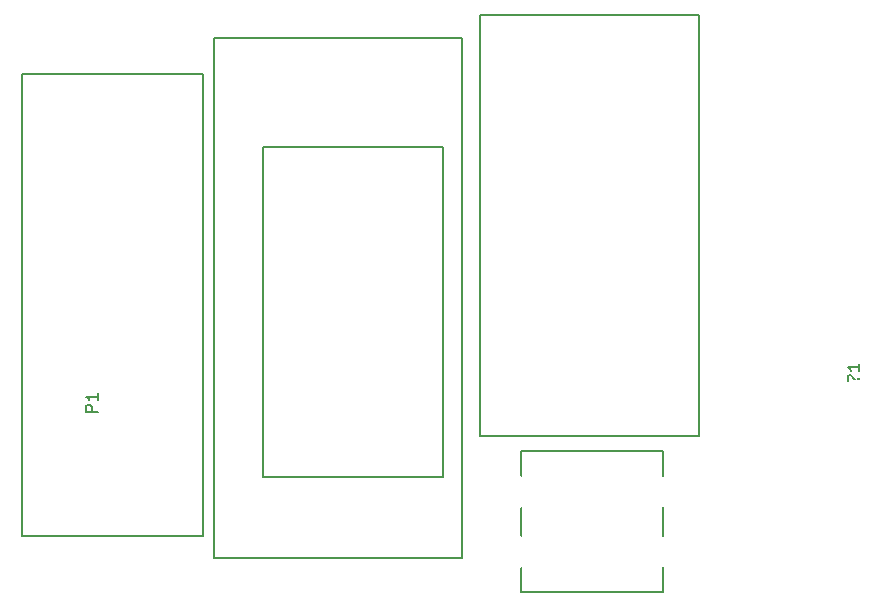
<source format=gbr>
G04 --- HEADER BEGIN --- *
%TF.GenerationSoftware,LibrePCB,LibrePCB,0.1.3*%
%TF.CreationDate,2020-02-22T16:59:52*%
%TF.ProjectId,Apple 2c VGA - default,6ee0dbe1-6aad-4263-9a0f-7c091fb3c0df,v1*%
%TF.Part,Single*%
%FSLAX66Y66*%
%MOMM*%
G01*
G74*
G04 --- HEADER END --- *
G04 --- APERTURE LIST BEGIN --- *
%ADD10C,0.2*%
%ADD11C,1.5*%
%ADD12C,2.7*%
%ADD13O,2.2X1.7*%
%ADD14R,3.2X1.7*%
%ADD15R,2.2X1.7*%
%ADD16C,1.7*%
G04 --- APERTURE LIST END --- *
G04 --- BOARD BEGIN --- *
D10*
X15240000Y5180000D02*
X15240000Y44280000D01*
X-40000Y44280000D01*
X-40000Y5180000D01*
X15240000Y5180000D01*
X37230000Y3375000D02*
X37230000Y47375000D01*
X16230000Y47375000D01*
X16230000Y3375000D01*
X37230000Y3375000D01*
X35560000Y10160000D02*
X20320000Y10160000D01*
X20320000Y38100000D01*
X35560000Y38100000D01*
X35560000Y10160000D01*
X54210000Y12430000D02*
X42210000Y12430000D01*
X42210000Y430000D01*
X54210000Y430000D01*
X54210000Y12430000D01*
X38744800Y13703200D02*
X57244800Y13703200D01*
X57244800Y49303200D01*
X38744800Y49303200D01*
X38744800Y13703200D01*
X6350000Y15738889D02*
X5350000Y15738889D01*
X5350000Y16120000D01*
X5397778Y16215556D01*
X5445556Y16262222D01*
X5540000Y16310000D01*
X5683333Y16310000D01*
X5778889Y16262222D01*
X5826667Y16215556D01*
X5873333Y16120000D01*
X5873333Y15738889D01*
X6350000Y17281111D02*
X6350000Y16710000D01*
X6350000Y16995556D02*
X5350000Y16995556D01*
X5493333Y16900000D01*
X5587778Y16805556D01*
X5635556Y16710000D01*
X70754444Y18516111D02*
X70802222Y18563889D01*
X70850000Y18516111D01*
X70802222Y18469444D01*
X70754444Y18516111D01*
X70850000Y18516111D01*
X69897778Y18326111D02*
X69850000Y18421667D01*
X69850000Y18659444D01*
X69897778Y18755000D01*
X69993333Y18802778D01*
X70087778Y18802778D01*
X70183333Y18755000D01*
X70231111Y18707222D01*
X70278889Y18611667D01*
X70326667Y18563889D01*
X70421111Y18516111D01*
X70468889Y18516111D01*
X70850000Y19773889D02*
X70850000Y19202778D01*
X70850000Y19488334D02*
X69850000Y19488334D01*
X69993333Y19392778D01*
X70087778Y19298334D01*
X70135556Y19202778D01*
%LPC*%
D11*
X12700000Y34420000D03*
X12700000Y17980000D03*
X10160000Y16610000D03*
X12700000Y23460000D03*
X10160000Y22090000D03*
X12700000Y26200000D03*
X12700000Y15240000D03*
X10160000Y33050000D03*
X10160000Y27570000D03*
X12700000Y31680000D03*
X10160000Y19350000D03*
X10160000Y24830000D03*
X12700000Y20720000D03*
X12700000Y28940000D03*
X10160000Y30310000D03*
D12*
X17780000Y45720000D03*
X35560000Y45720000D03*
X35560000Y5080000D03*
X17780000Y5080000D03*
D13*
X22860000Y12700000D03*
X33020000Y20320000D03*
X22860000Y35560000D03*
X33020000Y33020000D03*
X33020000Y25400000D03*
X22860000Y33020000D03*
X22860000Y25400000D03*
X33020000Y35560000D03*
X33020000Y30480000D03*
X22860000Y30480000D03*
X33020000Y27940000D03*
X33020000Y15240000D03*
X22860000Y17780000D03*
X33020000Y12700000D03*
X22860000Y22860000D03*
X22860000Y20320000D03*
X22860000Y27940000D03*
X22860000Y15240000D03*
X33020000Y22860000D03*
X33020000Y17780000D03*
D12*
X41910000Y8890000D03*
X54610000Y3810000D03*
X41910000Y3810000D03*
X54610000Y8890000D03*
D14*
X51585600Y26617600D03*
X45432000Y24077600D03*
D13*
X55880000Y35560000D03*
X40640000Y43180000D03*
D15*
X40640000Y48260000D03*
D13*
X40640000Y27940000D03*
D14*
X51585600Y44397600D03*
X45432000Y31697600D03*
X51585600Y31697600D03*
X45432000Y44397600D03*
D13*
X40640000Y30480000D03*
X55880000Y22860000D03*
X55880000Y30480000D03*
D14*
X45432000Y21537600D03*
D16*
X51585600Y36777600D03*
D13*
X40640000Y40640000D03*
D16*
X42892000Y18997600D03*
D14*
X45432000Y16457600D03*
D13*
X55880000Y38100000D03*
D14*
X51585600Y41857600D03*
X45432000Y26617600D03*
D13*
X40640000Y20320000D03*
X55880000Y20320000D03*
D14*
X51585600Y21537600D03*
D13*
X40640000Y38100000D03*
D14*
X51585600Y34237600D03*
D13*
X40640000Y25400000D03*
X40640000Y22860000D03*
D14*
X51585600Y18997600D03*
D13*
X55880000Y40640000D03*
X40640000Y33020000D03*
D14*
X45432000Y41857600D03*
D13*
X55880000Y43180000D03*
X55880000Y15240000D03*
D14*
X45432000Y46937600D03*
D16*
X42892000Y21537600D03*
D14*
X45432000Y29157600D03*
D13*
X55880000Y33020000D03*
X40640000Y45720000D03*
X40640000Y17780000D03*
D14*
X51585600Y29157600D03*
X45432000Y34237600D03*
X51585600Y24077600D03*
X45432000Y18997600D03*
D13*
X55880000Y48260000D03*
X55880000Y27940000D03*
D14*
X51585600Y16457600D03*
D13*
X55880000Y25400000D03*
X55880000Y45720000D03*
X40640000Y35560000D03*
D14*
X51585600Y46937600D03*
D13*
X40640000Y15240000D03*
X55880000Y17780000D03*
D11*
X66040000Y30145000D03*
X66040000Y27855000D03*
X66040000Y20985000D03*
X63500000Y26710000D03*
X66040000Y23275000D03*
X60960000Y30145000D03*
X60960000Y23275000D03*
X60960000Y25565000D03*
X60960000Y20985000D03*
X63500000Y22130000D03*
X63500000Y24420000D03*
X63500000Y29000000D03*
X63500000Y31290000D03*
X60960000Y27855000D03*
X66040000Y25565000D03*
G04 --- BOARD END --- *
%TF.MD5,c92e891946e06f2d37afda3ade82d2ee*%
M02*

</source>
